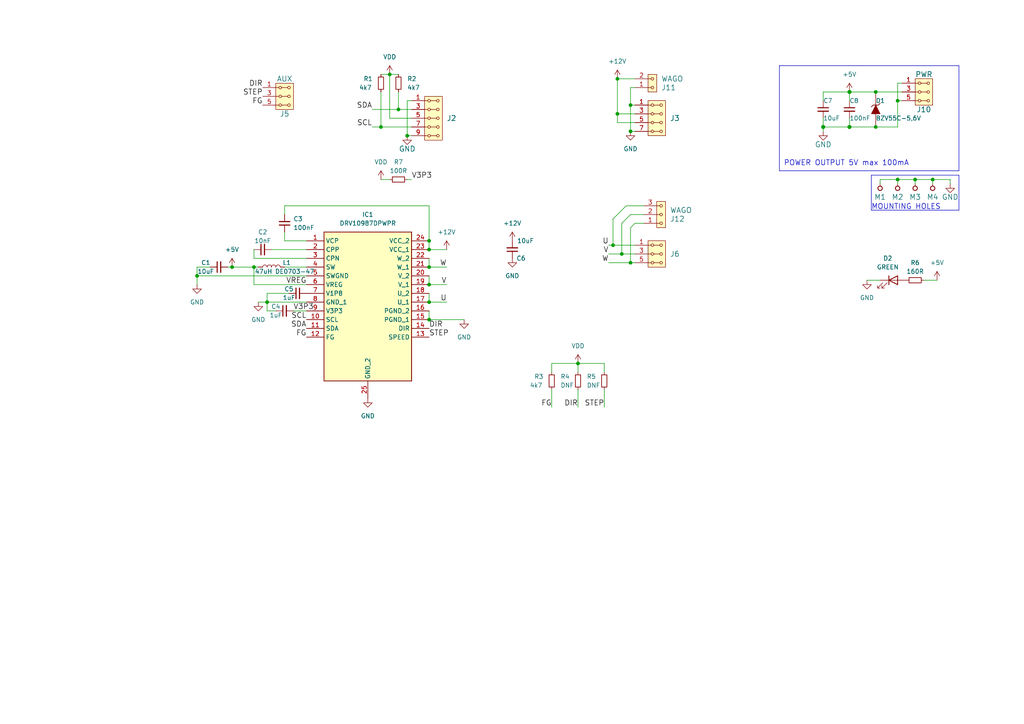
<source format=kicad_sch>
(kicad_sch (version 20230121) (generator eeschema)
  (paper "A4")
  (title_block (title "DRV10987V01A") (date "%d. %m. %Y") (rev "01A") (company "Mlab www.mlab.cz") (comment 1 "BLDC/PMSM sensorless motor controller ") (comment 2 "roman-dvorak <romandvorak@mlab.cz>"))
  (lib_symbols
    (symbol "Device:C_Small" (pin_numbers hide) (pin_names (offset 0.254) hide)
      (property "Reference" "C" (at 0.254 1.778 0))
      (property "Value" "C_Small" (at 0.254 -2.032 0))
      (symbol "C_Small_0_1"
        (polyline (pts (xy -1.524 -0.508) (xy 1.524 -0.508)) (stroke (width 0.3302)))
        (polyline (pts (xy -1.524 0.508) (xy 1.524 0.508)) (stroke (width 0.3048)))
      )
      (symbol "C_Small_1_1"
        (pin passive line (at 0 2.54 270) (length 2.032) (name "~") (number "1"))
        (pin passive line (at 0 -2.54 90) (length 2.032) (name "~") (number "2"))
      )
    )
    (symbol "Device:L" (pin_numbers hide) (pin_names (offset 1.016) hide)
      (property "Reference" "L" (at -1.27 0 90))
      (property "Value" "L" (at 1.905 0 90))
      (symbol "L_0_1"
        (arc (start 0 -2.54) (mid 0.6323 -1.905) (end 0 -1.27))
        (arc (start 0 -1.27) (mid 0.6323 -0.635) (end 0 0))
        (arc (start 0 0) (mid 0.6323 0.635) (end 0 1.27))
        (arc (start 0 1.27) (mid 0.6323 1.905) (end 0 2.54))
      )
      (symbol "L_1_1"
        (pin passive line (at 0 3.81 270) (length 1.27) (name "1") (number "1"))
        (pin passive line (at 0 -3.81 90) (length 1.27) (name "2") (number "2"))
      )
    )
    (symbol "Device:LED" (pin_numbers hide) (pin_names (offset 1.016) hide)
      (property "Reference" "D" (at 0 2.54 0))
      (property "Value" "LED" (at 0 -2.54 0))
      (symbol "LED_0_1"
        (polyline (pts (xy -1.27 -1.27) (xy -1.27 1.27)) (stroke (width 0.254)))
        (polyline (pts (xy -1.27 0) (xy 1.27 0)))
        (polyline (pts (xy 1.27 -1.27) (xy 1.27 1.27) (xy -1.27 0) (xy 1.27 -1.27)) (stroke (width 0.254)))
        (polyline (pts (xy -3.048 -0.762) (xy -4.572 -2.286) (xy -3.81 -2.286) (xy -4.572 -2.286) (xy -4.572 -1.524)))
        (polyline (pts (xy -1.778 -0.762) (xy -3.302 -2.286) (xy -2.54 -2.286) (xy -3.302 -2.286) (xy -3.302 -1.524)))
      )
      (symbol "LED_1_1"
        (pin passive line (at -3.81 0 0) (length 2.54) (name "K") (number "1"))
        (pin passive line (at 3.81 0 180) (length 2.54) (name "A") (number "2"))
      )
    )
    (symbol "Device:R_Small" (pin_numbers hide) (pin_names (offset 0.254) hide)
      (property "Reference" "R" (at 0.762 0.508 0))
      (property "Value" "R_Small" (at 0.762 -1.016 0))
      (symbol "R_Small_0_1"
        (rectangle (start -0.762 1.778) (end 0.762 -1.778) (stroke (width 0.2032)))
      )
      (symbol "R_Small_1_1"
        (pin passive line (at 0 2.54 270) (length 0.762) (name "~") (number "1"))
        (pin passive line (at 0 -2.54 90) (length 0.762) (name "~") (number "2"))
      )
    )
    (symbol "GND_1" (power) (pin_names (offset 0))
      (property "Value" "GND_1" (at 0 -3.81 0))
      (symbol "GND_1_0_1"
        (polyline (pts (xy 0 0) (xy 0 -1.27) (xy 1.27 -1.27) (xy 0 -2.54) (xy -1.27 -1.27) (xy 0 -1.27)))
      )
      (symbol "GND_1_1_1"
        (pin power_in line (at 0 0 270) (length 0) hide (name "GND") (number "1"))
      )
    )
    (symbol "GND_2" (power) (pin_names (offset 0))
      (property "Value" "GND_2" (at 0 -3.81 0))
      (symbol "GND_2_0_1"
        (polyline (pts (xy 0 0) (xy 0 -1.27) (xy 1.27 -1.27) (xy 0 -2.54) (xy -1.27 -1.27) (xy 0 -1.27)))
      )
      (symbol "GND_2_1_1"
        (pin power_in line (at 0 0 270) (length 0) hide (name "GND") (number "1"))
      )
    )
    (symbol "ISM02A-rescue:C_Small-Device-ISM02A-rescue" (pin_numbers hide) (pin_names (offset 0.254) hide)
      (property "Reference" "C" (at 0.254 1.778 0))
      (property "Value" "C_Small-Device-ISM02A-rescue" (at 0.254 -2.032 0))
      (symbol "C_Small-Device-ISM02A-rescue_0_1"
        (polyline (pts (xy -1.524 -0.508) (xy 1.524 -0.508)) (stroke (width 0.3302)))
        (polyline (pts (xy -1.524 0.508) (xy 1.524 0.508)) (stroke (width 0.3048)))
      )
      (symbol "C_Small-Device-ISM02A-rescue_1_1"
        (pin passive line (at 0 2.54 270) (length 2.032) (name "~") (number "1"))
        (pin passive line (at 0 -2.54 90) (length 2.032) (name "~") (number "2"))
      )
    )
    (symbol "ISM02A-rescue:D_ZENER-MLAB_D" (pin_numbers hide) (pin_names (offset 1.016) hide)
      (property "Reference" "D" (at 0 2.54 0))
      (property "Value" "D_ZENER-MLAB_D" (at 0 -2.54 0))
      (symbol "D_ZENER-MLAB_D_0_1"
        (polyline (pts (xy -1.778 1.27) (xy -1.27 0.762) (xy -1.27 -0.762) (xy -0.762 -1.27) (xy -0.762 -1.27)) (stroke (width 0.2032)))
        (polyline (pts (xy -1.27 0) (xy 1.27 1.27) (xy 1.27 -1.27) (xy -1.27 0) (xy -1.27 0)) (fill (type outline)))
      )
      (symbol "D_ZENER-MLAB_D_1_1"
        (pin passive line (at -5.08 0 0) (length 3.81) (name "K") (number "1"))
        (pin passive line (at 5.08 0 180) (length 3.81) (name "A") (number "2"))
      )
    )
    (symbol "MLAB_HEADER:HEADER_1x02" (pin_names (offset 1.016))
      (property "Reference" "J" (at 0 -3.81 0))
      (property "Value" "HEADER_1x02" (at 0 3.81 0))
      (symbol "HEADER_1x02_0_1"
        (rectangle (start -1.27 2.54) (end 1.27 -2.54) (fill (type background)))
        (circle (center 0 -1.27) (radius 0.381))
        (polyline (pts (xy -1.27 -1.27) (xy -0.381 -1.27)))
        (polyline (pts (xy -1.27 1.27) (xy -0.381 1.27)))
        (circle (center 0 1.27) (radius 0.381))
      )
      (symbol "HEADER_1x02_1_1"
        (pin input line (at -5.08 1.27 0) (length 3.81) (name "~") (number "1"))
        (pin input line (at -5.08 -1.27 0) (length 3.81) (name "~") (number "2"))
      )
    )
    (symbol "MLAB_HEADER:HEADER_1x03" (pin_names (offset 1.016))
      (property "Reference" "J" (at 0 -5.08 0))
      (property "Value" "HEADER_1x03" (at 0 5.08 0))
      (symbol "HEADER_1x03_0_1"
        (rectangle (start -1.27 3.81) (end 1.27 -3.81) (fill (type background)))
        (circle (center 0 -2.54) (radius 0.381))
        (polyline (pts (xy -1.27 -2.54) (xy -0.381 -2.54)))
        (polyline (pts (xy -1.27 0) (xy -0.381 0)))
        (polyline (pts (xy -1.27 2.54) (xy -0.381 2.54)))
        (circle (center 0 0) (radius 0.381))
        (circle (center 0 2.54) (radius 0.381))
      )
      (symbol "HEADER_1x03_1_1"
        (pin input line (at -5.08 2.54 0) (length 3.81) (name "~") (number "1"))
        (pin input line (at -5.08 0 0) (length 3.81) (name "~") (number "2"))
        (pin input line (at -5.08 -2.54 0) (length 3.81) (name "~") (number "3"))
      )
    )
    (symbol "MLAB_HEADER:HEADER_2x03_PARALLEL" (pin_names (offset 1.016))
      (property "Reference" "J" (at 0 -5.08 0))
      (property "Value" "HEADER_2x03_PARALLEL" (at 0 5.08 0))
      (symbol "HEADER_2x03_PARALLEL_0_1"
        (rectangle (start -2.54 3.81) (end 2.54 -3.81) (fill (type background)))
        (circle (center -1.27 -2.54) (radius 0.381))
        (circle (center -1.27 0) (radius 0.381))
        (circle (center -1.27 2.54) (radius 0.381))
        (polyline (pts (xy -1.651 -2.54) (xy -2.54 -2.54)))
        (polyline (pts (xy -1.651 0) (xy -2.54 0)))
        (polyline (pts (xy -1.651 2.54) (xy -2.54 2.54)))
        (polyline (pts (xy -0.889 -2.54) (xy 0.889 -2.54)))
        (polyline (pts (xy -0.889 0) (xy 0.889 0)))
        (polyline (pts (xy -0.889 2.54) (xy 0.889 2.54)))
        (circle (center 1.27 -2.54) (radius 0.381))
        (circle (center 1.27 0) (radius 0.381))
        (circle (center 1.27 2.54) (radius 0.381))
      )
      (symbol "HEADER_2x03_PARALLEL_1_1"
        (pin input line (at -6.35 2.54 0) (length 3.81) (name "~") (number "1"))
        (pin input line (at -6.35 2.54 0) (length 3.81) hide (name "~") (number "2"))
        (pin input line (at -6.35 0 0) (length 3.81) (name "~") (number "3"))
        (pin input line (at -6.35 0 0) (length 3.81) hide (name "~") (number "4"))
        (pin input line (at -6.35 -2.54 0) (length 3.81) (name "~") (number "5"))
        (pin input line (at -6.35 -2.54 0) (length 3.81) hide (name "~") (number "6"))
      )
    )
    (symbol "MLAB_HEADER:HEADER_2x04_PARALLEL" (pin_names (offset 1.016))
      (property "Reference" "J" (at 0 -6.35 0))
      (property "Value" "HEADER_2x04_PARALLEL" (at 0 6.35 0))
      (symbol "HEADER_2x04_PARALLEL_0_1"
        (rectangle (start -2.54 5.08) (end 2.54 -5.08) (fill (type background)))
        (circle (center -1.27 -3.81) (radius 0.381))
        (circle (center -1.27 -1.27) (radius 0.381))
        (circle (center -1.27 1.27) (radius 0.381))
        (circle (center -1.27 3.81) (radius 0.381))
        (polyline (pts (xy -1.651 -3.81) (xy -2.54 -3.81)))
        (polyline (pts (xy -1.651 -1.27) (xy -2.54 -1.27)))
        (polyline (pts (xy -1.651 1.27) (xy -2.54 1.27)))
        (polyline (pts (xy -1.651 3.81) (xy -2.54 3.81)))
        (polyline (pts (xy -0.889 -3.81) (xy 0.889 -3.81)))
        (polyline (pts (xy -0.889 -1.27) (xy 0.889 -1.27)))
        (polyline (pts (xy -0.889 1.27) (xy 0.889 1.27)))
        (polyline (pts (xy -0.889 3.81) (xy 0.889 3.81)))
        (circle (center 1.27 -3.81) (radius 0.381))
        (circle (center 1.27 -1.27) (radius 0.381))
        (circle (center 1.27 1.27) (radius 0.381))
        (circle (center 1.27 3.81) (radius 0.381))
      )
      (symbol "HEADER_2x04_PARALLEL_1_1"
        (pin input line (at -6.35 3.81 0) (length 3.81) (name "~") (number "1"))
        (pin input line (at -6.35 3.81 0) (length 3.81) hide (name "~") (number "2"))
        (pin input line (at -6.35 1.27 0) (length 3.81) (name "~") (number "3"))
        (pin input line (at -6.35 1.27 0) (length 3.81) hide (name "~") (number "4"))
        (pin input line (at -6.35 -1.27 0) (length 3.81) (name "~") (number "5"))
        (pin input line (at -6.35 -1.27 0) (length 3.81) hide (name "~") (number "6"))
        (pin input line (at -6.35 -3.81 0) (length 3.81) (name "~") (number "7"))
        (pin input line (at -6.35 -3.81 0) (length 3.81) hide (name "~") (number "8"))
      )
    )
    (symbol "MLAB_HEADER:HEADER_2x05_PARALLEL" (pin_names (offset 1.016))
      (property "Reference" "J" (at 0 -7.62 0))
      (property "Value" "HEADER_2x05_PARALLEL" (at 0 7.62 0))
      (symbol "HEADER_2x05_PARALLEL_0_1"
        (rectangle (start -2.54 6.35) (end 2.54 -6.35) (fill (type background)))
        (circle (center -1.27 -5.08) (radius 0.381))
        (circle (center -1.27 -2.54) (radius 0.381))
        (circle (center -1.27 0) (radius 0.381))
        (circle (center -1.27 2.54) (radius 0.381))
        (circle (center -1.27 5.08) (radius 0.381))
        (polyline (pts (xy -1.651 -5.08) (xy -2.54 -5.08)))
        (polyline (pts (xy -1.651 -2.54) (xy -2.54 -2.54)))
        (polyline (pts (xy -1.651 0) (xy -2.54 0)))
        (polyline (pts (xy -1.651 2.54) (xy -2.54 2.54)))
        (polyline (pts (xy -1.651 5.08) (xy -2.54 5.08)))
        (polyline (pts (xy -0.889 -5.08) (xy 0.889 -5.08)))
        (polyline (pts (xy -0.889 -2.54) (xy 0.889 -2.54)))
        (polyline (pts (xy -0.889 0) (xy 0.889 0)))
        (polyline (pts (xy -0.889 2.54) (xy 0.889 2.54)))
        (polyline (pts (xy -0.889 5.08) (xy 0.889 5.08)))
        (circle (center 1.27 -5.08) (radius 0.381))
        (circle (center 1.27 -2.54) (radius 0.381))
        (circle (center 1.27 0) (radius 0.381))
        (circle (center 1.27 2.54) (radius 0.381))
        (circle (center 1.27 5.08) (radius 0.381))
      )
      (symbol "HEADER_2x05_PARALLEL_1_1"
        (pin input line (at -6.35 5.08 0) (length 3.81) (name "~") (number "1"))
        (pin input line (at -6.35 -5.08 0) (length 3.81) hide (name "~") (number "10"))
        (pin input line (at -6.35 5.08 0) (length 3.81) hide (name "~") (number "2"))
        (pin input line (at -6.35 2.54 0) (length 3.81) (name "~") (number "3"))
        (pin input line (at -6.35 2.54 0) (length 3.81) hide (name "~") (number "4"))
        (pin input line (at -6.35 0 0) (length 3.81) (name "~") (number "5"))
        (pin input line (at -6.35 0 0) (length 3.81) hide (name "~") (number "6"))
        (pin input line (at -6.35 -2.54 0) (length 3.81) (name "~") (number "7"))
        (pin input line (at -6.35 -2.54 0) (length 3.81) hide (name "~") (number "8"))
        (pin input line (at -6.35 -5.08 0) (length 3.81) (name "~") (number "9"))
      )
    )
    (symbol "MLAB_IO:DRV10975PWPR"
      (property "Reference" "IC" (at 31.75 7.62 0))
      (property "Value" "DRV10975PWPR" (at 31.75 5.08 0))
      (symbol "DRV10975PWPR_1_1"
        (rectangle (start 5.08 2.54) (end 30.48 -40.64) (stroke (width 0.254)) (fill (type background)))
        (pin passive line (at 0 0 0) (length 5.08) (name "VCP") (number "1"))
        (pin passive line (at 0 -22.86 0) (length 5.08) (name "SCL") (number "10"))
        (pin passive line (at 0 -25.4 0) (length 5.08) (name "SDA") (number "11"))
        (pin passive line (at 0 -27.94 0) (length 5.08) (name "FG") (number "12"))
        (pin passive line (at 35.56 -27.94 180) (length 5.08) (name "SPEED") (number "13"))
        (pin passive line (at 35.56 -25.4 180) (length 5.08) (name "DIR") (number "14"))
        (pin passive line (at 35.56 -22.86 180) (length 5.08) (name "PGND_1") (number "15"))
        (pin passive line (at 35.56 -20.32 180) (length 5.08) (name "PGND_2") (number "16"))
        (pin passive line (at 35.56 -17.78 180) (length 5.08) (name "U_1") (number "17"))
        (pin passive line (at 35.56 -15.24 180) (length 5.08) (name "U_2") (number "18"))
        (pin passive line (at 35.56 -12.7 180) (length 5.08) (name "V_1") (number "19"))
        (pin passive line (at 0 -2.54 0) (length 5.08) (name "CPP") (number "2"))
        (pin passive line (at 35.56 -10.16 180) (length 5.08) (name "V_2") (number "20"))
        (pin passive line (at 35.56 -7.62 180) (length 5.08) (name "W_1") (number "21"))
        (pin passive line (at 35.56 -5.08 180) (length 5.08) (name "W_2") (number "22"))
        (pin passive line (at 35.56 -2.54 180) (length 5.08) (name "VCC_1") (number "23"))
        (pin passive line (at 35.56 0 180) (length 5.08) (name "VCC_2") (number "24"))
        (pin passive line (at 17.78 -45.72 90) (length 5.08) (name "GND_2") (number "25"))
        (pin passive line (at 0 -5.08 0) (length 5.08) (name "CPN") (number "3"))
        (pin passive line (at 0 -7.62 0) (length 5.08) (name "SW") (number "4"))
        (pin passive line (at 0 -10.16 0) (length 5.08) (name "SWGND") (number "5"))
        (pin passive line (at 0 -12.7 0) (length 5.08) (name "VREG") (number "6"))
        (pin passive line (at 0 -15.24 0) (length 5.08) (name "V1P8") (number "7"))
        (pin passive line (at 0 -17.78 0) (length 5.08) (name "GND_1") (number "8"))
        (pin passive line (at 0 -20.32 0) (length 5.08) (name "V3P3") (number "9"))
      )
    )
    (symbol "header:HEADER_2x03_PARALLEL" (pin_names (offset 1.016))
      (property "Reference" "J" (at 0 -5.08 0))
      (property "Value" "HEADER_2x03_PARALLEL" (at 0 5.08 0))
      (symbol "HEADER_2x03_PARALLEL_0_1"
        (rectangle (start -2.54 3.81) (end 2.54 -3.81) (fill (type background)))
        (circle (center -1.27 -2.54) (radius 0.381))
        (circle (center -1.27 0) (radius 0.381))
        (circle (center -1.27 2.54) (radius 0.381))
        (polyline (pts (xy -1.651 -2.54) (xy -2.54 -2.54)))
        (polyline (pts (xy -1.651 0) (xy -2.54 0)))
        (polyline (pts (xy -1.651 2.54) (xy -2.54 2.54)))
        (polyline (pts (xy -0.889 -2.54) (xy 0.889 -2.54)))
        (polyline (pts (xy -0.889 0) (xy 0.889 0)))
        (polyline (pts (xy -0.889 2.54) (xy 0.889 2.54)))
        (circle (center 1.27 -2.54) (radius 0.381))
        (circle (center 1.27 0) (radius 0.381))
        (circle (center 1.27 2.54) (radius 0.381))
      )
      (symbol "HEADER_2x03_PARALLEL_1_1"
        (pin input line (at -6.35 2.54 0) (length 3.81) (name "~") (number "1"))
        (pin input line (at -6.35 2.54 0) (length 3.81) hide (name "~") (number "2"))
        (pin input line (at -6.35 0 0) (length 3.81) (name "~") (number "3"))
        (pin input line (at -6.35 0 0) (length 3.81) hide (name "~") (number "4"))
        (pin input line (at -6.35 -2.54 0) (length 3.81) (name "~") (number "5"))
        (pin input line (at -6.35 -2.54 0) (length 3.81) hide (name "~") (number "6"))
      )
    )
    (symbol "mlab-default-rescue:GND" (power) (pin_names (offset 0))
      (property "Value" "GND" (at 0 -3.81 0))
      (symbol "GND_0_1"
        (polyline (pts (xy 0 0) (xy 0 -1.27) (xy 1.27 -1.27) (xy 0 -2.54) (xy -1.27 -1.27) (xy 0 -1.27)))
      )
      (symbol "GND_1_1"
        (pin power_in line (at 0 0 270) (length 0) hide (name "GND") (number "1"))
      )
    )
    (symbol "mlab-default-rescue:HOLE" (pin_numbers hide) (pin_names (offset 1.016) hide)
      (property "Reference" "M" (at 0 2.54 0))
      (property "Value" "HOLE" (at 0 -2.54 0))
      (symbol "HOLE_0_1"
        (circle (center 0 0) (radius 0.635) (stroke (width 0.254)))
      )
      (symbol "HOLE_1_1"
        (pin input line (at 1.27 0 180) (length 0.635) (name "~") (number "1"))
      )
    )
    (symbol "power:+12V" (power) (pin_names (offset 0))
      (property "Value" "+12V" (at 0 3.556 0))
      (symbol "+12V_0_1"
        (polyline (pts (xy -0.762 1.27) (xy 0 2.54)))
        (polyline (pts (xy 0 0) (xy 0 2.54)))
        (polyline (pts (xy 0 2.54) (xy 0.762 1.27)))
      )
      (symbol "+12V_1_1"
        (pin power_in line (at 0 0 90) (length 0) hide (name "+12V") (number "1"))
      )
    )
    (symbol "power:+5V" (power) (pin_names (offset 0))
      (property "Value" "+5V" (at 0 3.556 0))
      (symbol "+5V_0_1"
        (polyline (pts (xy -0.762 1.27) (xy 0 2.54)))
        (polyline (pts (xy 0 0) (xy 0 2.54)))
        (polyline (pts (xy 0 2.54) (xy 0.762 1.27)))
      )
      (symbol "+5V_1_1"
        (pin power_in line (at 0 0 90) (length 0) hide (name "+5V") (number "1"))
      )
    )
    (symbol "power:GND" (power) (pin_names (offset 0))
      (property "Value" "GND" (at 0 -3.81 0))
      (symbol "GND_0_1"
        (polyline (pts (xy 0 0) (xy 0 -1.27) (xy 1.27 -1.27) (xy 0 -2.54) (xy -1.27 -1.27) (xy 0 -1.27)))
      )
      (symbol "GND_1_1"
        (pin power_in line (at 0 0 270) (length 0) hide (name "GND") (number "1"))
      )
    )
    (symbol "power:VDD" (power) (pin_names (offset 0))
      (property "Value" "VDD" (at 0 3.81 0))
      (symbol "VDD_0_1"
        (polyline (pts (xy -0.762 1.27) (xy 0 2.54)))
        (polyline (pts (xy 0 0) (xy 0 2.54)))
        (polyline (pts (xy 0 2.54) (xy 0.762 1.27)))
      )
      (symbol "VDD_1_1"
        (pin power_in line (at 0 0 90) (length 0) hide (name "VDD") (number "1"))
      )
    )
  )
  (junction (at 182.88 76.2))
  (junction (at 177.8 71.12))
  (junction (at 254 26.67))
  (junction (at 246.38 36.83) (diameter 1.016))
  (junction (at 124.46 92.71))
  (junction (at 124.46 77.47))
  (junction (at 179.07 33.02))
  (junction (at 77.47 87.63))
  (junction (at 270.51 52.07))
  (junction (at 113.03 21.59))
  (junction (at 124.46 82.55))
  (junction (at 167.64 105.41))
  (junction (at 260.35 29.21))
  (junction (at 118.11 39.37))
  (junction (at 124.46 72.39))
  (junction (at 115.57 31.75))
  (junction (at 67.31 77.47))
  (junction (at 265.43 52.07))
  (junction (at 238.76 36.83) (diameter 1.016))
  (junction (at 254 36.83))
  (junction (at 246.38 26.67) (diameter 1.016))
  (junction (at 180.34 73.66))
  (junction (at 260.35 52.07))
  (junction (at 110.49 36.83))
  (junction (at 182.88 38.1))
  (junction (at 182.88 30.48))
  (junction (at 57.15 80.01))
  (junction (at 124.46 87.63))
  (junction (at 124.46 69.85))
  (junction (at 179.07 22.86))
  (junction (at 73.66 77.47))
  (wire (pts (xy 260.35 53.34) (xy 260.35 52.07)))
  (wire (pts (xy 167.64 105.41) (xy 175.26 105.41)))
  (wire (pts (xy 88.9 74.93) (xy 73.66 74.93)))
  (wire (pts (xy 115.57 31.75) (xy 119.38 31.75)))
  (wire (pts (xy 107.95 36.83) (xy 110.49 36.83)))
  (wire (pts (xy 124.46 72.39) (xy 129.54 72.39)))
  (wire (pts (xy 110.49 52.07) (xy 113.03 52.07)))
  (wire (pts (xy 265.43 53.34) (xy 265.43 52.07)))
  (wire (pts (xy 167.64 113.03) (xy 167.64 118.11)))
  (wire (pts (xy 82.55 69.85) (xy 88.9 69.85)))
  (wire (pts (xy 254 26.67) (xy 261.62 26.67)))
  (wire (pts (xy 175.26 113.03) (xy 175.26 118.11)))
  (wire (pts (xy 246.38 36.83) (xy 238.76 36.83)))
  (wire (pts (xy 275.59 52.07) (xy 270.51 52.07)))
  (wire (pts (xy 181.61 59.69) (xy 177.8 63.5)))
  (polyline (pts (xy 278.13 49.53) (xy 278.13 19.05)))
  (wire (pts (xy 57.15 77.47) (xy 57.15 80.01)))
  (wire (pts (xy 238.76 26.67) (xy 246.38 26.67)))
  (wire (pts (xy 82.55 77.47) (xy 88.9 77.47)))
  (wire (pts (xy 179.07 33.02) (xy 179.07 35.56)))
  (wire (pts (xy 57.15 80.01) (xy 88.9 80.01)))
  (wire (pts (xy 184.15 64.77) (xy 186.69 64.77)))
  (wire (pts (xy 238.76 36.83) (xy 238.76 38.1)))
  (wire (pts (xy 179.07 22.86) (xy 179.07 33.02)))
  (wire (pts (xy 177.8 63.5) (xy 177.8 71.12)))
  (wire (pts (xy 251.46 81.28) (xy 255.27 81.28)))
  (wire (pts (xy 182.88 62.23) (xy 180.34 64.77)))
  (wire (pts (xy 275.59 53.34) (xy 275.59 52.07)))
  (wire (pts (xy 182.88 30.48) (xy 182.88 38.1)))
  (wire (pts (xy 124.46 69.85) (xy 124.46 72.39)))
  (wire (pts (xy 119.38 34.29) (xy 113.03 34.29)))
  (wire (pts (xy 176.53 73.66) (xy 180.34 73.66)))
  (wire (pts (xy 182.88 66.04) (xy 182.88 76.2)))
  (wire (pts (xy 238.76 34.29) (xy 238.76 36.83)))
  (wire (pts (xy 88.9 82.55) (xy 73.66 82.55)))
  (wire (pts (xy 175.26 105.41) (xy 175.26 107.95)))
  (wire (pts (xy 265.43 52.07) (xy 260.35 52.07)))
  (wire (pts (xy 261.62 24.13) (xy 260.35 24.13)))
  (wire (pts (xy 160.02 105.41) (xy 160.02 107.95)))
  (polyline (pts (xy 278.13 50.8) (xy 278.13 60.96)))
  (wire (pts (xy 167.64 105.41) (xy 167.64 107.95)))
  (wire (pts (xy 182.88 30.48) (xy 184.15 30.48)))
  (wire (pts (xy 270.51 53.34) (xy 270.51 52.07)))
  (wire (pts (xy 82.55 67.31) (xy 82.55 69.85)))
  (wire (pts (xy 124.46 87.63) (xy 129.54 87.63)))
  (wire (pts (xy 124.46 82.55) (xy 129.54 82.55)))
  (wire (pts (xy 260.35 36.83) (xy 254 36.83)))
  (wire (pts (xy 88.9 87.63) (xy 77.47 87.63)))
  (wire (pts (xy 182.88 25.4) (xy 184.15 25.4)))
  (wire (pts (xy 73.66 82.55) (xy 73.66 77.47)))
  (wire (pts (xy 254 26.67) (xy 246.38 26.67)))
  (wire (pts (xy 260.35 29.21) (xy 260.35 36.83)))
  (polyline (pts (xy 226.06 49.53) (xy 278.13 49.53)))
  (wire (pts (xy 124.46 90.17) (xy 124.46 92.71)))
  (wire (pts (xy 57.15 80.01) (xy 57.15 82.55)))
  (wire (pts (xy 261.62 29.21) (xy 260.35 29.21)))
  (polyline (pts (xy 278.13 60.96) (xy 252.73 60.96)))
  (wire (pts (xy 78.74 72.39) (xy 88.9 72.39)))
  (polyline (pts (xy 226.06 19.05) (xy 226.06 49.53)))
  (wire (pts (xy 124.46 77.47) (xy 129.54 77.47)))
  (wire (pts (xy 66.04 77.47) (xy 67.31 77.47)))
  (wire (pts (xy 119.38 36.83) (xy 110.49 36.83)))
  (wire (pts (xy 255.27 52.07) (xy 255.27 53.34)))
  (wire (pts (xy 85.09 90.17) (xy 88.9 90.17)))
  (wire (pts (xy 118.11 52.07) (xy 119.38 52.07)))
  (wire (pts (xy 267.97 81.28) (xy 271.78 81.28)))
  (wire (pts (xy 246.38 26.67) (xy 246.38 29.21)))
  (wire (pts (xy 186.69 59.69) (xy 181.61 59.69)))
  (wire (pts (xy 176.53 71.12) (xy 177.8 71.12)))
  (wire (pts (xy 124.46 80.01) (xy 124.46 82.55)))
  (wire (pts (xy 179.07 22.86) (xy 184.15 22.86)))
  (wire (pts (xy 82.55 62.23) (xy 82.55 59.69)))
  (wire (pts (xy 246.38 34.29) (xy 246.38 36.83)))
  (wire (pts (xy 57.15 77.47) (xy 60.96 77.47)))
  (wire (pts (xy 110.49 36.83) (xy 110.49 26.67)))
  (polyline (pts (xy 252.73 60.96) (xy 252.73 50.8)))
  (wire (pts (xy 180.34 64.77) (xy 180.34 73.66)))
  (wire (pts (xy 124.46 92.71) (xy 134.62 92.71)))
  (wire (pts (xy 182.88 66.04) (xy 184.15 64.77)))
  (wire (pts (xy 77.47 85.09) (xy 77.47 87.63)))
  (wire (pts (xy 180.34 73.66) (xy 184.15 73.66)))
  (wire (pts (xy 118.11 29.21) (xy 118.11 39.37)))
  (wire (pts (xy 270.51 52.07) (xy 265.43 52.07)))
  (wire (pts (xy 260.35 24.13) (xy 260.35 29.21)))
  (polyline (pts (xy 278.13 19.05) (xy 226.06 19.05)))
  (wire (pts (xy 107.95 31.75) (xy 115.57 31.75)))
  (wire (pts (xy 73.66 74.93) (xy 73.66 72.39)))
  (wire (pts (xy 176.53 76.2) (xy 182.88 76.2)))
  (wire (pts (xy 182.88 76.2) (xy 184.15 76.2)))
  (wire (pts (xy 238.76 26.67) (xy 238.76 29.21)))
  (wire (pts (xy 77.47 90.17) (xy 80.01 90.17)))
  (wire (pts (xy 182.88 38.1) (xy 184.15 38.1)))
  (wire (pts (xy 124.46 85.09) (xy 124.46 87.63)))
  (wire (pts (xy 113.03 34.29) (xy 113.03 21.59)))
  (wire (pts (xy 77.47 87.63) (xy 77.47 90.17)))
  (polyline (pts (xy 252.73 50.8) (xy 278.13 50.8)))
  (wire (pts (xy 160.02 113.03) (xy 160.02 118.11)))
  (wire (pts (xy 260.35 52.07) (xy 255.27 52.07)))
  (wire (pts (xy 82.55 59.69) (xy 124.46 59.69)))
  (wire (pts (xy 246.38 36.83) (xy 254 36.83)))
  (wire (pts (xy 74.93 87.63) (xy 77.47 87.63)))
  (wire (pts (xy 67.31 77.47) (xy 73.66 77.47)))
  (wire (pts (xy 124.46 59.69) (xy 124.46 69.85)))
  (wire (pts (xy 182.88 25.4) (xy 182.88 30.48)))
  (wire (pts (xy 186.69 62.23) (xy 182.88 62.23)))
  (wire (pts (xy 115.57 26.67) (xy 115.57 31.75)))
  (wire (pts (xy 179.07 35.56) (xy 184.15 35.56)))
  (wire (pts (xy 110.49 21.59) (xy 113.03 21.59)))
  (wire (pts (xy 124.46 74.93) (xy 124.46 77.47)))
  (wire (pts (xy 73.66 77.47) (xy 74.93 77.47)))
  (wire (pts (xy 160.02 105.41) (xy 167.64 105.41)))
  (wire (pts (xy 83.82 85.09) (xy 77.47 85.09)))
  (wire (pts (xy 118.11 39.37) (xy 119.38 39.37)))
  (wire (pts (xy 119.38 29.21) (xy 118.11 29.21)))
  (wire (pts (xy 113.03 21.59) (xy 115.57 21.59)))
  (wire (pts (xy 177.8 71.12) (xy 184.15 71.12)))
  (wire (pts (xy 179.07 33.02) (xy 184.15 33.02)))
  (text "POWER OUTPUT 5V max 100mA" (at 227.33 48.26 0) (effects (font (size 1.524 1.524)) (justify left bottom)))
  (text "MOUNTING HOLES" (at 252.73 60.96 0) (effects (font (size 1.524 1.524)) (justify left bottom)))
  (label "V3P3" (at 85.09 90.17 0) (effects (font (size 1.524 1.524))))
  (label "SDA" (at 107.95 31.75 180) (effects (font (size 1.524 1.524))))
  (label "SCL" (at 107.95 36.83 180) (effects (font (size 1.524 1.524))))
  (label "U" (at 129.54 87.63 180) (effects (font (size 1.524 1.524))))
  (label "DIR" (at 76.2 25.4 180) (effects (font (size 1.524 1.524))))
  (label "U" (at 176.53 71.12 180) (effects (font (size 1.524 1.524))))
  (label "FG" (at 76.2 30.48 180) (effects (font (size 1.524 1.524))))
  (label "FG" (at 160.02 118.11 180) (effects (font (size 1.524 1.524))))
  (label "DIR" (at 124.46 95.25 0) (effects (font (size 1.524 1.524))))
  (label "SDA" (at 88.9 95.25 180) (effects (font (size 1.524 1.524))))
  (label "FG" (at 88.9 97.79 180) (effects (font (size 1.524 1.524))))
  (label "V3P3" (at 119.38 52.07 0) (effects (font (size 1.524 1.524))))
  (label "STEP" (at 76.2 27.94 180) (effects (font (size 1.524 1.524))))
  (label "DIR" (at 167.64 118.11 180) (effects (font (size 1.524 1.524))))
  (label "V" (at 129.54 82.55 180) (effects (font (size 1.524 1.524))))
  (label "STEP" (at 124.46 97.79 0) (effects (font (size 1.524 1.524))))
  (label "W" (at 129.54 77.47 180) (effects (font (size 1.524 1.524))))
  (label "V" (at 176.53 73.66 180) (effects (font (size 1.524 1.524))))
  (label "W" (at 176.53 76.2 180) (effects (font (size 1.524 1.524))))
  (label "SCL" (at 88.9 92.71 180) (effects (font (size 1.524 1.524))))
  (label "VREG" (at 88.9 82.55 180) (effects (font (size 1.524 1.524))))
  (label "STEP" (at 175.26 118.11 180) (effects (font (size 1.524 1.524))))
  (symbol (lib_id "header:HEADER_2x03_PARALLEL") (at 267.97 26.67 0) (unit 1)
    (property "Reference" "J10" (at 267.97 31.75 0) (effects (font (size 1.524 1.524))))
    (property "Value" "PWR" (at 267.97 21.59 0) (effects (font (size 1.524 1.524))))
    (property "Footprint" "Mlab_Pin_Headers:Straight_2x03" (effects hide))
  )
  (symbol (lib_id "mlab-default-rescue:HOLE") (at 255.27 54.61 90) (unit 1)
    (property "Reference" "M1" (at 255.27 57.15 90) (effects (font (size 1.524 1.524))))
    (property "Value" "HOLE M3" (effects hide))
    (property "Footprint" "Mlab_Mechanical:MountingHole_3mm" (effects hide))
  )
  (symbol (lib_id "mlab-default-rescue:HOLE") (at 260.35 54.61 90) (unit 1)
    (property "Reference" "M2" (at 260.35 57.15 90) (effects (font (size 1.524 1.524))))
    (property "Value" "HOLE M3" (effects hide))
    (property "Footprint" "Mlab_Mechanical:MountingHole_3mm" (effects hide))
  )
  (symbol (lib_id "mlab-default-rescue:HOLE") (at 265.43 54.61 90) (unit 1)
    (property "Reference" "M3" (at 265.43 57.15 90) (effects (font (size 1.524 1.524))))
    (property "Value" "HOLE M3" (effects hide))
    (property "Footprint" "Mlab_Mechanical:MountingHole_3mm" (effects hide))
  )
  (symbol (lib_id "mlab-default-rescue:HOLE") (at 270.51 54.61 90) (unit 1)
    (property "Reference" "M4" (at 270.51 57.15 90) (effects (font (size 1.524 1.524))))
    (property "Value" "HOLE M3" (effects hide))
    (property "Footprint" "Mlab_Mechanical:MountingHole_3mm" (effects hide))
  )
  (symbol (lib_id "mlab-default-rescue:GND") (at 275.59 53.34 0) (unit 1)
    (property "Reference" "#PWR016" (effects hide))
    (property "Value" "GND" (at 275.59 57.15 0) (effects (font (size 1.524 1.524))))
  )
  (symbol (lib_id "power:+5V") (at 67.31 77.47 0) (unit 1)
    (property "Reference" "#PWR017" (effects hide))
    (property "Value" "+5V" (at 67.31 72.39 0))
  )
  (symbol (lib_id "MLAB_HEADER:HEADER_1x02") (at 189.23 24.13 0) (mirror x) (unit 1)
    (property "Reference" "J11" (at 191.77 25.4 0) (effects (font (size 1.524 1.524)) (justify left)))
    (property "Value" "WAGO" (at 191.77 22.86 0) (effects (font (size 1.524 1.524)) (justify left)))
    (property "Footprint" "TerminalBlock_WAGO:TerminalBlock_WAGO_236-102_1x02_P5.00mm_45Degree" (effects hide))
  )
  (symbol (lib_name "GND_2") (lib_id "power:GND") (at 251.46 81.28 0) (unit 1)
    (property "Reference" "#PWR09" (effects hide))
    (property "Value" "GND" (at 251.46 86.36 0))
  )
  (symbol (lib_name "GND_1") (lib_id "power:GND") (at 106.68 115.57 0) (unit 1)
    (property "Reference" "#PWR03" (effects hide))
    (property "Value" "GND" (at 106.68 120.65 0))
  )
  (symbol (lib_id "Device:R_Small") (at 160.02 110.49 0) (unit 1)
    (property "Reference" "R3" (at 154.94 109.22 0) (effects (justify left)))
    (property "Value" "4k7" (at 153.67 111.76 0) (effects (justify left)))
    (property "Footprint" "Resistor_SMD:R_0805_2012Metric" (effects hide))
    (property "UST_ID" "5c70984612875079b91f8995" (effects hide))
  )
  (symbol (lib_name "GND_1") (lib_id "power:GND") (at 74.93 87.63 0) (unit 1)
    (property "Reference" "#PWR02" (effects hide))
    (property "Value" "GND" (at 74.93 92.71 0))
  )
  (symbol (lib_id "power:GND") (at 118.11 39.37 0) (unit 1)
    (property "Reference" "#PWR020" (effects hide))
    (property "Value" "GND" (at 118.11 43.18 0) (effects (font (size 1.524 1.524))))
  )
  (symbol (lib_id "MLAB_HEADER:HEADER_2x04_PARALLEL") (at 190.5 34.29 0) (unit 1)
    (property "Reference" "J3" (at 194.31 34.29 0) (effects (font (size 1.524 1.524)) (justify left)))
    (property "Value" "HEADER_2x04_PARALLEL" (effects hide))
    (property "Footprint" "Mlab_Pin_Headers:Straight_2x04" (effects hide))
  )
  (symbol (lib_id "power:+5V") (at 246.38 26.67 0) (unit 1)
    (property "Reference" "#PWR018" (effects hide))
    (property "Value" "+5V" (at 246.38 21.59 0))
  )
  (symbol (lib_id "Device:LED") (at 259.08 81.28 0) (unit 1)
    (property "Reference" "D2" (at 257.4925 74.93 0))
    (property "Value" "GREEN" (at 257.4925 77.47 0))
    (property "Footprint" "Mlab_D:LED_1206_2" (effects hide))
    (property "UST_ID" "5c70984412875079b91f8895" (effects hide))
  )
  (symbol (lib_id "power:VDD") (at 110.49 52.07 0) (unit 1)
    (property "Reference" "#PWR014" (effects hide))
    (property "Value" "VDD" (at 110.49 46.99 0))
  )
  (symbol (lib_name "GND_1") (lib_id "power:GND") (at 57.15 82.55 0) (unit 1)
    (property "Reference" "#PWR01" (effects hide))
    (property "Value" "GND" (at 57.15 87.63 0))
  )
  (symbol (lib_id "power:VDD") (at 167.64 105.41 0) (unit 1)
    (property "Reference" "#PWR07" (effects hide))
    (property "Value" "VDD" (at 167.64 100.33 0))
  )
  (symbol (lib_id "Device:L") (at 78.74 77.47 90) (unit 1)
    (property "Reference" "L1" (at 83.185 76.2 90))
    (property "Value" "47uH DE0703-47" (at 82.55 78.74 90))
    (property "Footprint" "Inductor_SMD:L_Ferrocore_DLG-0703" (effects hide))
    (property "Manufacturer_Part_Number" "DE0703-47" (effects hide))
    (property "UST_ID" "5c70984712875079b91f8b69" (effects hide))
  )
  (symbol (lib_id "Device:C_Small") (at 76.2 72.39 90) (unit 1)
    (property "Reference" "C2" (at 76.2 67.31 90))
    (property "Value" "10nF" (at 76.2 69.85 90))
    (property "Footprint" "Capacitor_SMD:C_0805_2012Metric" (effects hide))
    (property "UST_ID" "5c70984712875079b91f8b49" (effects hide))
  )
  (symbol (lib_id "Device:R_Small") (at 167.64 110.49 0) (unit 1)
    (property "Reference" "R4" (at 162.56 109.22 0) (effects (justify left)))
    (property "Value" "DNF" (at 162.56 111.76 0) (effects (justify left)))
    (property "Footprint" "Resistor_SMD:R_0805_2012Metric" (effects hide))
    (property "UST_ID" "5c70984612875079b91f8995" (effects hide))
  )
  (symbol (lib_id "ISM02A-rescue:C_Small-Device-ISM02A-rescue") (at 238.76 31.75 0) (unit 1)
    (property "Reference" "C7" (at 238.76 29.21 0) (effects (justify left)))
    (property "Value" "10uF" (at 238.76 34.29 0) (effects (justify left)))
    (property "Footprint" "Capacitor_SMD:C_0805_2012Metric" (effects hide))
    (property "UST_ID" "5c70984712875079b91f8b53" (effects hide))
  )
  (symbol (lib_id "Device:C_Small") (at 148.59 72.39 180) (unit 1)
    (property "Reference" "C6" (at 151.13 74.93 0))
    (property "Value" "10uF" (at 152.4 69.85 0))
    (property "Footprint" "Capacitor_SMD:C_0805_2012Metric" (effects hide))
    (property "UST_ID" "5c70984712875079b91f8b53" (effects hide))
  )
  (symbol (lib_id "power:+12V") (at 179.07 22.86 0) (unit 1)
    (property "Reference" "#PWR010" (effects hide))
    (property "Value" "+12V" (at 179.07 17.78 0))
  )
  (symbol (lib_id "ISM02A-rescue:C_Small-Device-ISM02A-rescue") (at 246.38 31.75 0) (unit 1)
    (property "Reference" "C8" (at 246.38 29.21 0) (effects (justify left)))
    (property "Value" "100nF" (at 246.38 34.29 0) (effects (justify left)))
    (property "Footprint" "Capacitor_SMD:C_0805_2012Metric" (effects hide))
    (property "UST_ID" "5c70984712875079b91f8b4c" (effects hide))
  )
  (symbol (lib_id "MLAB_IO:DRV10975PWPR") (at 88.9 69.85 0) (unit 1)
    (property "Reference" "IC1" (at 106.68 62.23 0))
    (property "Value" "DRV10987DPWPR" (at 106.68 64.77 0))
    (property "Footprint" "Mlab_IO:TSSOP-24_4.4x7.8mm_P0.65mm_PowerPAD" (effects hide))
    (property "Datasheet" "https://www.ti.com/lit/ds/symlink/drv10975.pdf" (effects hide))
    (property "Height" "1.2" (effects hide))
    (property "Manufacturer_Name" "Texas Instruments" (effects hide))
    (property "Manufacturer_Part_Number" "DRV10987DPWPR" (effects hide))
    (property "Mouser Part Number" "595-DRV10987DPWPR" (effects hide))
    (property "Mouser Price/Stock" "https://www.mouser.co.uk/ProductDetail/Texas-Instruments/DRV10975PWPR?qs=OfeFRKQgECjjJ%252BDg0AsiSg%3D%3D" (effects hide))
    (property "Arrow Part Number" "DRV10975PWPR" (effects hide))
    (property "Arrow Price/Stock" "https://www.arrow.com/en/products/drv10975pwpr/texas-instruments?region=nac" (effects hide))
    (property "UST_ID" "649ebe2a76c82a1d3b578220" (effects hide))
  )
  (symbol (lib_id "MLAB_HEADER:HEADER_1x03") (at 191.77 62.23 0) (mirror x) (unit 1)
    (property "Reference" "J12" (at 194.31 63.5 0) (effects (font (size 1.524 1.524)) (justify left)))
    (property "Value" "WAGO" (at 194.31 60.96 0) (effects (font (size 1.524 1.524)) (justify left)))
    (property "Footprint" "TerminalBlock_WAGO:TerminalBlock_WAGO_236-103_1x03_P5.00mm_45Degree" (effects hide))
  )
  (symbol (lib_id "Device:R_Small") (at 115.57 52.07 90) (unit 1)
    (property "Reference" "R7" (at 115.57 46.99 90))
    (property "Value" "100R" (at 115.57 49.53 90))
    (property "Footprint" "Resistor_SMD:R_0805_2012Metric" (effects hide))
    (property "UST_ID" "5c70984512875079b91f8977" (effects hide))
  )
  (symbol (lib_id "Device:R_Small") (at 265.43 81.28 90) (unit 1)
    (property "Reference" "R6" (at 265.43 76.2 90))
    (property "Value" "160R" (at 265.43 78.74 90))
    (property "Footprint" "Resistor_SMD:R_0805_2012Metric" (effects hide))
    (property "UST_ID" "5c70984512875079b91f897b" (effects hide))
  )
  (symbol (lib_id "power:+5V") (at 271.78 81.28 0) (unit 1)
    (property "Reference" "#PWR022" (effects hide))
    (property "Value" "+5V" (at 271.78 76.2 0))
  )
  (symbol (lib_id "Device:R_Small") (at 110.49 24.13 0) (unit 1)
    (property "Reference" "R1" (at 105.41 22.86 0) (effects (justify left)))
    (property "Value" "4k7" (at 104.14 25.4 0) (effects (justify left)))
    (property "Footprint" "Resistor_SMD:R_0805_2012Metric" (effects hide))
    (property "UST_ID" "5c70984612875079b91f8995" (effects hide))
  )
  (symbol (lib_id "Device:R_Small") (at 115.57 24.13 0) (unit 1)
    (property "Reference" "R2" (at 118.11 22.86 0) (effects (justify left)))
    (property "Value" "4k7" (at 118.11 25.4 0) (effects (justify left)))
    (property "Footprint" "Resistor_SMD:R_0805_2012Metric" (effects hide))
    (property "UST_ID" "5c70984612875079b91f8995" (effects hide))
  )
  (symbol (lib_id "Device:C_Small") (at 86.36 85.09 90) (unit 1)
    (property "Reference" "C5" (at 83.82 83.82 90))
    (property "Value" "1uF" (at 83.82 86.36 90))
    (property "Footprint" "Capacitor_SMD:C_0805_2012Metric" (effects hide))
    (property "UST_ID" "5c70984712875079b91f8b50" (effects hide))
  )
  (symbol (lib_id "Device:R_Small") (at 175.26 110.49 0) (unit 1)
    (property "Reference" "R5" (at 170.18 109.22 0) (effects (justify left)))
    (property "Value" "DNF" (at 170.18 111.76 0) (effects (justify left)))
    (property "Footprint" "Resistor_SMD:R_0805_2012Metric" (effects hide))
    (property "UST_ID" "5c70984612875079b91f8995" (effects hide))
  )
  (symbol (lib_id "power:+12V") (at 148.59 69.85 0) (unit 1)
    (property "Reference" "#PWR021" (effects hide))
    (property "Value" "+12V" (at 148.59 64.77 0))
  )
  (symbol (lib_id "Device:C_Small") (at 82.55 90.17 90) (unit 1)
    (property "Reference" "C4" (at 80.01 88.9 90))
    (property "Value" "1uF" (at 80.01 91.44 90))
    (property "Footprint" "Capacitor_SMD:C_0805_2012Metric" (effects hide))
    (property "UST_ID" "5c70984712875079b91f8b50" (effects hide))
  )
  (symbol (lib_name "GND_1") (lib_id "power:GND") (at 134.62 92.71 0) (unit 1)
    (property "Reference" "#PWR06" (effects hide))
    (property "Value" "GND" (at 134.62 97.79 0))
  )
  (symbol (lib_id "header:HEADER_2x03_PARALLEL") (at 82.55 27.94 0) (unit 1)
    (property "Reference" "J5" (at 82.55 33.02 0) (effects (font (size 1.524 1.524))))
    (property "Value" "AUX" (at 82.55 22.86 0) (effects (font (size 1.524 1.524))))
    (property "Footprint" "Mlab_Pin_Headers:Straight_2x03" (effects hide))
  )
  (symbol (lib_id "power:+12V") (at 129.54 72.39 0) (unit 1)
    (property "Reference" "#PWR05" (effects hide))
    (property "Value" "+12V" (at 129.54 67.31 0))
  )
  (symbol (lib_name "GND_1") (lib_id "power:GND") (at 148.59 74.93 0) (unit 1)
    (property "Reference" "#PWR08" (effects hide))
    (property "Value" "GND" (at 148.59 80.01 0))
  )
  (symbol (lib_id "power:VDD") (at 113.03 21.59 0) (unit 1)
    (property "Reference" "#PWR04" (effects hide))
    (property "Value" "VDD" (at 113.03 16.51 0))
  )
  (symbol (lib_id "MLAB_HEADER:HEADER_2x05_PARALLEL") (at 125.73 34.29 0) (unit 1)
    (property "Reference" "J2" (at 129.54 34.29 0) (effects (font (size 1.524 1.524)) (justify left)))
    (property "Value" "I2C" (effects hide))
    (property "Footprint" "Mlab_Pin_Headers:Straight_2x05" (effects hide))
  )
  (symbol (lib_name "GND_1") (lib_id "power:GND") (at 182.88 38.1 0) (unit 1)
    (property "Reference" "#PWR011" (effects hide))
    (property "Value" "GND" (at 182.88 43.18 0))
  )
  (symbol (lib_id "Device:C_Small") (at 82.55 64.77 180) (unit 1)
    (property "Reference" "C3" (at 85.09 63.4936 0) (effects (justify right)))
    (property "Value" "100nF" (at 85.09 66.0336 0) (effects (justify right)))
    (property "Footprint" "Capacitor_SMD:C_0805_2012Metric" (effects hide))
    (property "UST_ID" "5c70984712875079b91f8b4c" (effects hide))
  )
  (symbol (lib_id "Device:C_Small") (at 63.5 77.47 90) (unit 1)
    (property "Reference" "C1" (at 59.69 76.2 90))
    (property "Value" "10uF" (at 59.69 78.74 90))
    (property "Footprint" "Capacitor_SMD:C_0805_2012Metric" (effects hide))
    (property "UST_ID" "5c70984712875079b91f8b53" (effects hide))
  )
  (symbol (lib_id "power:GND") (at 238.76 38.1 0) (unit 1)
    (property "Reference" "#PWR015" (effects hide))
    (property "Value" "GND" (at 238.76 41.91 0) (effects (font (size 1.524 1.524))))
  )
  (symbol (lib_id "ISM02A-rescue:D_ZENER-MLAB_D") (at 254 31.75 270) (unit 1)
    (property "Reference" "D1" (at 254 29.21 90) (effects (justify left)))
    (property "Value" "BZV55C-5,6V" (at 254 34.29 90) (effects (justify left)))
    (property "Footprint" "Diode_SMD:D_SMA" (effects hide))
    (property "Datasheet" "https://www.tme.eu/Document/1cfcb69489bb6e635d78e94ceb6ebf0d/BZV55C_ser_minimelf.pdf" (effects hide))
    (property "UST_ID" "5c70984512875079b91f88b2" (effects hide))
  )
  (symbol (lib_id "MLAB_HEADER:HEADER_2x03_PARALLEL") (at 190.5 73.66 0) (unit 1)
    (property "Reference" "J6" (at 194.31 73.66 0) (effects (font (size 1.524 1.524)) (justify left)))
    (property "Value" "MOTOR" (effects hide))
    (property "Footprint" "Mlab_Pin_Headers:Straight_2x03" (effects hide))
  )
)
</source>
